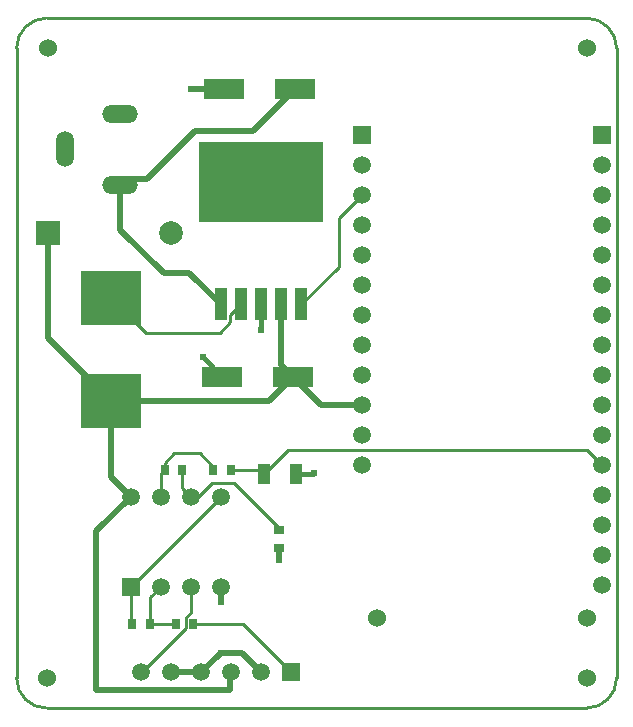
<source format=gtl>
G04*
G04 #@! TF.GenerationSoftware,Altium Limited,Altium Designer,18.1.9 (240)*
G04*
G04 Layer_Physical_Order=1*
G04 Layer_Color=255*
%FSLAX25Y25*%
%MOIN*%
G70*
G01*
G75*
%ADD14C,0.01000*%
%ADD17R,0.04134X0.11024*%
%ADD18R,0.41339X0.26969*%
%ADD19R,0.13386X0.07087*%
%ADD20R,0.20079X0.18307*%
%ADD21R,0.03543X0.02756*%
%ADD22R,0.02756X0.03543*%
%ADD23R,0.04331X0.06693*%
%ADD40C,0.02000*%
%ADD41C,0.01500*%
%ADD42C,0.06000*%
%ADD43O,0.05937X0.11874*%
%ADD44O,0.11874X0.05937*%
%ADD45C,0.07874*%
%ADD46R,0.07874X0.07874*%
%ADD47C,0.05906*%
%ADD48R,0.05906X0.05906*%
%ADD49R,0.05906X0.05906*%
%ADD50C,0.02402*%
D14*
X10000Y230000D02*
G03*
X0Y220000I0J-10000D01*
G01*
X200000D02*
G03*
X190000Y230000I-10000J0D01*
G01*
Y0D02*
G03*
X200000Y10000I0J10000D01*
G01*
X0D02*
G03*
X10000Y0I10000J0D01*
G01*
X75500Y28000D02*
X91500Y12000D01*
X58953Y28000D02*
X75500D01*
X56475Y26722D02*
Y30227D01*
X41752Y12000D02*
X56475Y26722D01*
X44453Y28000D02*
X53047D01*
X58060Y31812D02*
Y40500D01*
X56475Y30227D02*
X58060Y31812D01*
X38060Y28487D02*
Y40500D01*
Y28487D02*
X38547Y28000D01*
X0Y10000D02*
Y220000D01*
X190000Y86000D02*
X195000Y81000D01*
X90378Y86000D02*
X190000D01*
X82500Y78122D02*
X90378Y86000D01*
X81154Y79469D02*
X82500Y78122D01*
X71453Y79469D02*
X81154D01*
X107500Y163500D02*
X115000Y171000D01*
X107500Y147205D02*
Y163500D01*
X94886Y134591D02*
X107500Y147205D01*
X41500Y12000D02*
X41752D01*
X44453Y28000D02*
Y36893D01*
X48060Y40500D01*
X87374Y59453D02*
Y60122D01*
X72327Y75169D02*
X87374Y60122D01*
X65153Y75169D02*
X72327D01*
X60484Y70500D02*
X65153Y75169D01*
X58060Y70500D02*
X60484D01*
X65547Y79469D02*
Y80453D01*
X61000Y85000D02*
X65547Y80453D01*
X52500Y85000D02*
X61000D01*
X49320Y81820D02*
X52500Y85000D01*
X49320Y79500D02*
Y81820D01*
X55225Y73335D02*
X58060Y70500D01*
X55225Y73335D02*
Y79500D01*
X48060Y78240D02*
X49320Y79500D01*
X48060Y70500D02*
Y78240D01*
X38060Y40500D02*
X68060Y70500D01*
X31500Y136626D02*
X43126Y125000D01*
X67658D01*
X71281Y128623D01*
Y131065D01*
X74807Y134591D01*
X10000Y0D02*
X190000D01*
X200000Y10000D02*
Y220000D01*
X10000Y230000D02*
X190000D01*
D17*
X68114Y134591D02*
D03*
X74807D02*
D03*
X81500D02*
D03*
X88193D02*
D03*
X94886D02*
D03*
D18*
X81500Y175339D02*
D03*
D19*
X92811Y206500D02*
D03*
X69189D02*
D03*
X92130Y110500D02*
D03*
X68508D02*
D03*
D20*
X31500Y102374D02*
D03*
Y136626D02*
D03*
D21*
X87374Y59453D02*
D03*
Y53547D02*
D03*
D22*
X49320Y79500D02*
D03*
X55225D02*
D03*
X38547Y28000D02*
D03*
X44453D02*
D03*
X65547Y79469D02*
D03*
X71453D02*
D03*
X58953Y28000D02*
D03*
X53047D02*
D03*
D23*
X93130Y78122D02*
D03*
X82500D02*
D03*
D40*
X68060Y35554D02*
Y40500D01*
X87374Y49500D02*
Y53547D01*
X75000Y18500D02*
X81500Y12000D01*
X68000Y18500D02*
X75000D01*
X51500Y12000D02*
X61500D01*
X68000Y18500D01*
X92130Y110500D02*
X101630Y101000D01*
X115000D01*
X71000Y11500D02*
X71500Y12000D01*
X71000Y6000D02*
Y11500D01*
X26500Y6000D02*
X71000D01*
X33000Y176500D02*
X43500D01*
X59500Y192500D02*
X78811D01*
X43500Y176500D02*
X59500Y192500D01*
X78811D02*
X92811Y206500D01*
X49000Y145000D02*
X57614D01*
X34500Y159500D02*
X49000Y145000D01*
X34500Y159500D02*
Y174531D01*
X57614Y145000D02*
X68023Y134591D01*
X68114D01*
X58000Y206500D02*
X69189D01*
X26500Y58940D02*
X38060Y70500D01*
X26500Y6000D02*
Y58940D01*
X31500Y77060D02*
X38060Y70500D01*
X31500Y77060D02*
Y102374D01*
X10409Y123465D02*
X31500Y102374D01*
X10409Y123465D02*
Y158500D01*
X84004Y102374D02*
X92130Y110500D01*
X31500Y102374D02*
X84004D01*
X88193Y114437D02*
X92130Y110500D01*
X88193Y114437D02*
Y134591D01*
D41*
X98882Y78122D02*
X99000Y78240D01*
X93130Y78122D02*
X98882D01*
X81500Y126000D02*
Y134591D01*
X62012Y116996D02*
X68508Y110500D01*
D42*
X10000Y10000D02*
D03*
X190000Y220000D02*
D03*
X120000Y30000D02*
D03*
X190000D02*
D03*
Y10000D02*
D03*
X10500Y220000D02*
D03*
D43*
X15996Y186343D02*
D03*
D44*
X34500Y198153D02*
D03*
Y174531D02*
D03*
D45*
X51591Y158500D02*
D03*
D46*
X10409D02*
D03*
D47*
X68060Y70500D02*
D03*
X58060D02*
D03*
X48060D02*
D03*
X38060D02*
D03*
X68060Y40500D02*
D03*
X58060D02*
D03*
X48060D02*
D03*
X115000Y81000D02*
D03*
Y91000D02*
D03*
Y101000D02*
D03*
Y111000D02*
D03*
Y121000D02*
D03*
Y131000D02*
D03*
Y141000D02*
D03*
Y151000D02*
D03*
Y161000D02*
D03*
Y171000D02*
D03*
Y181000D02*
D03*
X195000Y41000D02*
D03*
Y51000D02*
D03*
Y61000D02*
D03*
Y71000D02*
D03*
Y81000D02*
D03*
Y91000D02*
D03*
Y101000D02*
D03*
Y111000D02*
D03*
Y121000D02*
D03*
Y131000D02*
D03*
Y141000D02*
D03*
Y151000D02*
D03*
Y161000D02*
D03*
Y171000D02*
D03*
Y181000D02*
D03*
X41500Y12000D02*
D03*
X51500D02*
D03*
X61500D02*
D03*
X71500D02*
D03*
X81500D02*
D03*
D48*
X38060Y40500D02*
D03*
X115000Y191000D02*
D03*
X195000D02*
D03*
D49*
X91500Y12000D02*
D03*
D50*
X68060Y35554D02*
D03*
X87374Y49500D02*
D03*
X68000Y18500D02*
D03*
X99000Y78240D02*
D03*
X58000Y206500D02*
D03*
X81500Y126000D02*
D03*
X62012Y116996D02*
D03*
M02*

</source>
